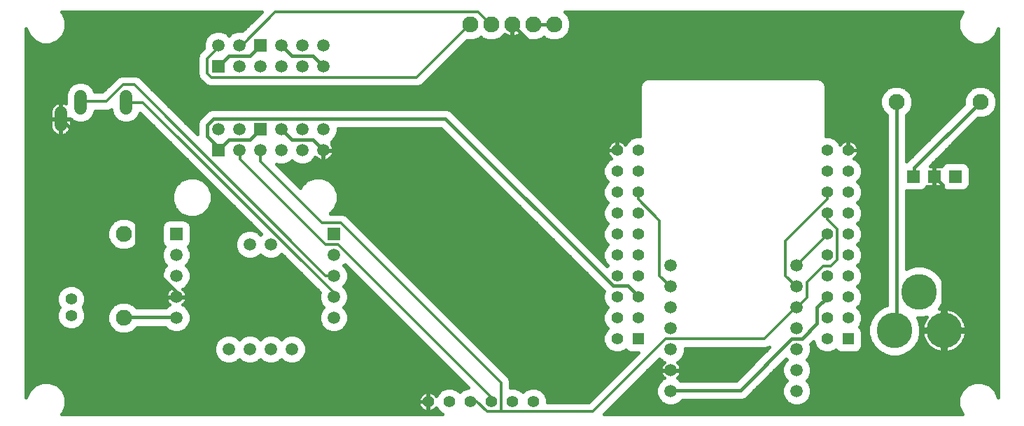
<source format=gtl>
G75*
%MOIN*%
%OFA0B0*%
%FSLAX25Y25*%
%IPPOS*%
%LPD*%
%AMOC8*
5,1,8,0,0,1.08239X$1,22.5*
%
%ADD10C,0.07600*%
%ADD11C,0.17000*%
%ADD12C,0.05937*%
%ADD13R,0.05937X0.05937*%
%ADD14C,0.05543*%
%ADD15C,0.01500*%
%ADD16C,0.05937*%
%ADD17C,0.05600*%
%ADD18R,0.05543X0.05543*%
%ADD19C,0.01600*%
%ADD20C,0.01200*%
D10*
X0056800Y0103933D03*
X0056800Y0143933D03*
X0221800Y0243933D03*
X0231800Y0243933D03*
X0241800Y0243933D03*
X0251800Y0243933D03*
X0261800Y0243933D03*
X0424800Y0206933D03*
X0464800Y0206933D03*
D11*
X0435674Y0116437D03*
X0423863Y0097933D03*
X0447485Y0097933D03*
D12*
X0377300Y0098933D03*
X0377300Y0088933D03*
X0377300Y0078933D03*
X0377300Y0068933D03*
X0317300Y0068933D03*
X0317300Y0078933D03*
X0317300Y0088933D03*
X0317300Y0098933D03*
X0317300Y0108933D03*
X0317300Y0118933D03*
X0317300Y0128933D03*
X0377300Y0128933D03*
X0377300Y0118933D03*
X0377300Y0108933D03*
X0156800Y0103933D03*
X0156800Y0113933D03*
X0156800Y0123933D03*
X0156800Y0133933D03*
X0126800Y0138933D03*
X0116800Y0138933D03*
X0081800Y0133933D03*
X0081800Y0123933D03*
X0081800Y0113933D03*
X0081800Y0103933D03*
X0106800Y0088933D03*
X0116800Y0088933D03*
X0126800Y0088933D03*
X0136800Y0088933D03*
X0131800Y0183933D03*
X0121800Y0183933D03*
X0111800Y0183933D03*
X0111800Y0193933D03*
X0101800Y0193933D03*
X0131800Y0193933D03*
X0141800Y0193933D03*
X0151800Y0193933D03*
X0151800Y0183933D03*
X0141800Y0183933D03*
X0141800Y0223933D03*
X0131800Y0223933D03*
X0121800Y0223933D03*
X0111800Y0223933D03*
X0111800Y0233933D03*
X0101800Y0233933D03*
X0131800Y0233933D03*
X0141800Y0233933D03*
X0151800Y0233933D03*
X0151800Y0223933D03*
D13*
X0121800Y0233933D03*
X0101800Y0223933D03*
X0121800Y0193933D03*
X0101800Y0183933D03*
X0081800Y0143933D03*
X0156800Y0143933D03*
X0432800Y0171433D03*
X0442800Y0171433D03*
X0452800Y0171433D03*
D14*
X0401800Y0173933D03*
X0391800Y0173933D03*
X0391800Y0163933D03*
X0401800Y0163933D03*
X0401800Y0153933D03*
X0391800Y0153933D03*
X0391800Y0143933D03*
X0401800Y0143933D03*
X0401800Y0133933D03*
X0391800Y0133933D03*
X0391800Y0123933D03*
X0401800Y0123933D03*
X0401800Y0113933D03*
X0391800Y0113933D03*
X0391800Y0103933D03*
X0401800Y0103933D03*
X0391800Y0093933D03*
X0301800Y0103933D03*
X0291800Y0103933D03*
X0291800Y0093933D03*
X0291800Y0113933D03*
X0301800Y0113933D03*
X0301800Y0123933D03*
X0291800Y0123933D03*
X0291800Y0133933D03*
X0301800Y0133933D03*
X0301800Y0143933D03*
X0291800Y0143933D03*
X0291800Y0153933D03*
X0301800Y0153933D03*
X0301800Y0163933D03*
X0291800Y0163933D03*
X0291800Y0173933D03*
X0301800Y0173933D03*
X0301800Y0183933D03*
X0291800Y0183933D03*
X0391800Y0183933D03*
X0401800Y0183933D03*
X0251800Y0063933D03*
X0241800Y0063933D03*
X0231800Y0063933D03*
X0221800Y0063933D03*
X0211800Y0063933D03*
X0201800Y0063933D03*
D15*
X0297000Y0119133D02*
X0301800Y0114333D01*
X0301800Y0113933D01*
X0297000Y0119133D02*
X0289800Y0119133D01*
X0210000Y0198933D01*
X0099600Y0198933D01*
X0096600Y0195933D01*
X0096600Y0190533D01*
X0102000Y0185133D01*
X0101800Y0183933D01*
X0106800Y0188933D01*
X0116800Y0188933D01*
X0121800Y0193933D01*
X0131800Y0193933D02*
X0136800Y0188933D01*
X0146800Y0188933D01*
X0151800Y0183933D01*
X0151800Y0223933D02*
X0146800Y0228933D01*
X0136800Y0228933D01*
X0131800Y0233933D01*
X0121800Y0233933D02*
X0116800Y0228933D01*
X0106800Y0228933D01*
X0101800Y0223933D01*
X0063000Y0162933D02*
X0027000Y0198933D01*
X0026800Y0198933D01*
X0063000Y0162933D02*
X0063000Y0135333D01*
X0081600Y0116733D01*
X0081600Y0114333D01*
X0081800Y0113933D01*
X0081600Y0104133D02*
X0081800Y0103933D01*
X0081600Y0104133D02*
X0057000Y0104133D01*
X0056800Y0103933D01*
X0241800Y0243933D02*
X0291600Y0194133D01*
X0291600Y0183933D01*
X0291800Y0183933D01*
X0261800Y0243933D02*
X0251800Y0243933D01*
X0424800Y0206933D02*
X0424800Y0098733D01*
X0424200Y0098133D01*
X0423863Y0097933D01*
X0447000Y0098133D02*
X0447485Y0097933D01*
X0447000Y0098133D02*
X0447000Y0167133D01*
X0442800Y0171333D01*
X0442800Y0171433D01*
X0433200Y0171933D02*
X0432800Y0171433D01*
X0433200Y0171933D02*
X0433200Y0175533D01*
X0464400Y0206733D01*
X0464800Y0206933D01*
X0391800Y0113933D02*
X0391800Y0113733D01*
X0387000Y0108933D01*
X0387000Y0101133D01*
X0379800Y0093933D01*
X0375000Y0093933D01*
X0350400Y0069333D01*
X0317400Y0069333D01*
X0317300Y0068933D01*
D16*
X0057902Y0203839D02*
X0057902Y0209776D01*
X0036249Y0209776D02*
X0036249Y0203839D01*
X0026800Y0201902D02*
X0026800Y0195965D01*
D17*
X0031800Y0112870D03*
X0031800Y0104996D03*
D18*
X0301800Y0093933D03*
X0401800Y0093933D03*
D19*
X0027864Y0058545D02*
X0027252Y0057933D01*
X0208590Y0057933D01*
X0207964Y0058192D01*
X0206059Y0060097D01*
X0205642Y0061104D01*
X0205440Y0060825D01*
X0204909Y0060293D01*
X0204301Y0059852D01*
X0203632Y0059511D01*
X0202917Y0059279D01*
X0202176Y0059161D01*
X0201886Y0059161D01*
X0201886Y0063847D01*
X0201714Y0063847D01*
X0201714Y0059161D01*
X0201424Y0059161D01*
X0200683Y0059279D01*
X0199968Y0059511D01*
X0199299Y0059852D01*
X0198691Y0060293D01*
X0198160Y0060825D01*
X0197719Y0061432D01*
X0197378Y0062101D01*
X0197146Y0062816D01*
X0197028Y0063558D01*
X0197028Y0063847D01*
X0201714Y0063847D01*
X0201714Y0064019D01*
X0197028Y0064019D01*
X0197028Y0064309D01*
X0197146Y0065050D01*
X0197378Y0065765D01*
X0197719Y0066434D01*
X0198160Y0067042D01*
X0198691Y0067573D01*
X0199299Y0068014D01*
X0199968Y0068355D01*
X0200683Y0068587D01*
X0201424Y0068705D01*
X0201714Y0068705D01*
X0201714Y0064019D01*
X0201886Y0064019D01*
X0201886Y0068705D01*
X0202176Y0068705D01*
X0202917Y0068587D01*
X0203632Y0068355D01*
X0204301Y0068014D01*
X0204909Y0067573D01*
X0205440Y0067042D01*
X0205642Y0066762D01*
X0206059Y0067769D01*
X0207964Y0069674D01*
X0210453Y0070705D01*
X0213147Y0070705D01*
X0215636Y0069674D01*
X0216800Y0068510D01*
X0217964Y0069674D01*
X0220453Y0070705D01*
X0220723Y0070705D01*
X0162075Y0129353D01*
X0161655Y0128933D01*
X0162708Y0127880D01*
X0163768Y0125319D01*
X0163768Y0122547D01*
X0162708Y0119986D01*
X0161655Y0118933D01*
X0162708Y0117880D01*
X0163768Y0115319D01*
X0163768Y0112547D01*
X0162708Y0109986D01*
X0161655Y0108933D01*
X0162708Y0107880D01*
X0163768Y0105319D01*
X0163768Y0102547D01*
X0162708Y0099986D01*
X0160747Y0098025D01*
X0158186Y0096965D01*
X0155414Y0096965D01*
X0152853Y0098025D01*
X0150892Y0099986D01*
X0149831Y0102547D01*
X0149831Y0105319D01*
X0150892Y0107880D01*
X0151945Y0108933D01*
X0150892Y0109986D01*
X0149831Y0112547D01*
X0149831Y0115319D01*
X0150147Y0116081D01*
X0131975Y0134253D01*
X0130747Y0133025D01*
X0128186Y0131965D01*
X0125414Y0131965D01*
X0122853Y0133025D01*
X0121800Y0134078D01*
X0120747Y0133025D01*
X0118186Y0131965D01*
X0115414Y0131965D01*
X0112853Y0133025D01*
X0110892Y0134986D01*
X0109831Y0137547D01*
X0109831Y0140319D01*
X0110892Y0142880D01*
X0112853Y0144841D01*
X0115414Y0145902D01*
X0118186Y0145902D01*
X0120747Y0144841D01*
X0121800Y0143788D01*
X0122120Y0144108D01*
X0064550Y0201678D01*
X0063810Y0199891D01*
X0061850Y0197931D01*
X0059288Y0196870D01*
X0056516Y0196870D01*
X0053955Y0197931D01*
X0051995Y0199891D01*
X0050934Y0202452D01*
X0050934Y0203321D01*
X0049515Y0202733D01*
X0043217Y0202733D01*
X0043217Y0202452D01*
X0042156Y0199891D01*
X0040196Y0197931D01*
X0037635Y0196870D01*
X0034863Y0196870D01*
X0032301Y0197931D01*
X0031768Y0198464D01*
X0031768Y0195574D01*
X0031646Y0194801D01*
X0031404Y0194057D01*
X0031049Y0193360D01*
X0030590Y0192728D01*
X0030037Y0192175D01*
X0029404Y0191715D01*
X0028707Y0191360D01*
X0027963Y0191118D01*
X0027191Y0190996D01*
X0026984Y0190996D01*
X0026984Y0198749D01*
X0026616Y0198749D01*
X0026616Y0190996D01*
X0026409Y0190996D01*
X0025637Y0191118D01*
X0024893Y0191360D01*
X0024196Y0191715D01*
X0023563Y0192175D01*
X0023010Y0192728D01*
X0022551Y0193360D01*
X0022196Y0194057D01*
X0021954Y0194801D01*
X0021831Y0195574D01*
X0021831Y0198749D01*
X0026616Y0198749D01*
X0026616Y0199117D01*
X0021831Y0199117D01*
X0021831Y0202293D01*
X0021954Y0203065D01*
X0022196Y0203809D01*
X0022551Y0204506D01*
X0023010Y0205138D01*
X0023563Y0205691D01*
X0024196Y0206151D01*
X0024893Y0206506D01*
X0025637Y0206748D01*
X0026409Y0206870D01*
X0026616Y0206870D01*
X0026616Y0199117D01*
X0026984Y0199117D01*
X0031115Y0199117D01*
X0031484Y0198749D01*
X0026984Y0198749D01*
X0026984Y0199117D01*
X0026984Y0206870D01*
X0027191Y0206870D01*
X0027963Y0206748D01*
X0028707Y0206506D01*
X0029280Y0206214D01*
X0029280Y0211162D01*
X0030341Y0213723D01*
X0032301Y0215683D01*
X0034863Y0216744D01*
X0037635Y0216744D01*
X0040196Y0215683D01*
X0042156Y0213723D01*
X0042898Y0211933D01*
X0046695Y0211933D01*
X0052500Y0217739D01*
X0053794Y0219033D01*
X0055485Y0219733D01*
X0062715Y0219733D01*
X0064406Y0219033D01*
X0091850Y0191588D01*
X0091850Y0196878D01*
X0092573Y0198624D01*
X0095573Y0201624D01*
X0096909Y0202960D01*
X0098655Y0203683D01*
X0210945Y0203683D01*
X0212691Y0202960D01*
X0286970Y0128680D01*
X0287223Y0128933D01*
X0286059Y0130097D01*
X0285028Y0132586D01*
X0285028Y0135280D01*
X0286059Y0137769D01*
X0287223Y0138933D01*
X0286059Y0140097D01*
X0285028Y0142586D01*
X0285028Y0145280D01*
X0286059Y0147769D01*
X0287223Y0148933D01*
X0286059Y0150097D01*
X0285028Y0152586D01*
X0285028Y0155280D01*
X0286059Y0157769D01*
X0287223Y0158933D01*
X0286059Y0160097D01*
X0285028Y0162586D01*
X0285028Y0165280D01*
X0286059Y0167769D01*
X0287223Y0168933D01*
X0286059Y0170097D01*
X0285028Y0172586D01*
X0285028Y0175280D01*
X0286059Y0177769D01*
X0287964Y0179674D01*
X0288971Y0180091D01*
X0288691Y0180293D01*
X0288160Y0180825D01*
X0287719Y0181432D01*
X0287378Y0182101D01*
X0287146Y0182816D01*
X0287028Y0183558D01*
X0287028Y0183847D01*
X0291714Y0183847D01*
X0291714Y0184019D01*
X0287028Y0184019D01*
X0287028Y0184309D01*
X0287146Y0185050D01*
X0287378Y0185765D01*
X0287719Y0186434D01*
X0288160Y0187042D01*
X0288691Y0187573D01*
X0289299Y0188014D01*
X0289968Y0188355D01*
X0290683Y0188587D01*
X0291424Y0188705D01*
X0291714Y0188705D01*
X0291714Y0184019D01*
X0291886Y0184019D01*
X0291886Y0188705D01*
X0292176Y0188705D01*
X0292917Y0188587D01*
X0293632Y0188355D01*
X0294301Y0188014D01*
X0294909Y0187573D01*
X0295440Y0187042D01*
X0295642Y0186762D01*
X0296059Y0187769D01*
X0297964Y0189674D01*
X0300453Y0190705D01*
X0302550Y0190705D01*
X0302550Y0214778D01*
X0303197Y0216340D01*
X0304393Y0217536D01*
X0305955Y0218183D01*
X0387645Y0218183D01*
X0389207Y0217536D01*
X0390403Y0216340D01*
X0391050Y0214778D01*
X0391050Y0190705D01*
X0393147Y0190705D01*
X0395636Y0189674D01*
X0397541Y0187769D01*
X0397958Y0186762D01*
X0398160Y0187042D01*
X0398691Y0187573D01*
X0399299Y0188014D01*
X0399968Y0188355D01*
X0400683Y0188587D01*
X0401424Y0188705D01*
X0401714Y0188705D01*
X0401714Y0184019D01*
X0401886Y0184019D01*
X0406572Y0184019D01*
X0406572Y0184309D01*
X0406454Y0185050D01*
X0406222Y0185765D01*
X0405881Y0186434D01*
X0405440Y0187042D01*
X0404909Y0187573D01*
X0404301Y0188014D01*
X0403632Y0188355D01*
X0402917Y0188587D01*
X0402176Y0188705D01*
X0401886Y0188705D01*
X0401886Y0184019D01*
X0401886Y0183847D01*
X0406572Y0183847D01*
X0406572Y0183558D01*
X0406454Y0182816D01*
X0406222Y0182101D01*
X0405881Y0181432D01*
X0405440Y0180825D01*
X0404909Y0180293D01*
X0404629Y0180091D01*
X0405636Y0179674D01*
X0407541Y0177769D01*
X0408572Y0175280D01*
X0408572Y0172586D01*
X0407541Y0170097D01*
X0406377Y0168933D01*
X0407541Y0167769D01*
X0408572Y0165280D01*
X0408572Y0162586D01*
X0407541Y0160097D01*
X0406377Y0158933D01*
X0407541Y0157769D01*
X0408572Y0155280D01*
X0408572Y0152586D01*
X0407541Y0150097D01*
X0406377Y0148933D01*
X0407541Y0147769D01*
X0408572Y0145280D01*
X0408572Y0142586D01*
X0407541Y0140097D01*
X0406377Y0138933D01*
X0407541Y0137769D01*
X0408572Y0135280D01*
X0408572Y0132586D01*
X0407541Y0130097D01*
X0406377Y0128933D01*
X0407541Y0127769D01*
X0408572Y0125280D01*
X0408572Y0122586D01*
X0407541Y0120097D01*
X0406377Y0118933D01*
X0407541Y0117769D01*
X0408572Y0115280D01*
X0408572Y0112586D01*
X0407541Y0110097D01*
X0406377Y0108933D01*
X0407541Y0107769D01*
X0408572Y0105280D01*
X0408572Y0102586D01*
X0407541Y0100097D01*
X0407188Y0099745D01*
X0407963Y0098971D01*
X0408572Y0097500D01*
X0408572Y0090366D01*
X0407963Y0088896D01*
X0406837Y0087770D01*
X0405367Y0087161D01*
X0398233Y0087161D01*
X0396763Y0087770D01*
X0395988Y0088545D01*
X0395636Y0088192D01*
X0393147Y0087161D01*
X0390453Y0087161D01*
X0387964Y0088192D01*
X0386059Y0090097D01*
X0385070Y0092486D01*
X0383869Y0091284D01*
X0384268Y0090319D01*
X0384268Y0087547D01*
X0383208Y0084986D01*
X0382155Y0083933D01*
X0383208Y0082880D01*
X0384268Y0080319D01*
X0384268Y0077547D01*
X0383208Y0074986D01*
X0382155Y0073933D01*
X0383208Y0072880D01*
X0384268Y0070319D01*
X0384268Y0067547D01*
X0383208Y0064986D01*
X0381247Y0063025D01*
X0378686Y0061965D01*
X0375914Y0061965D01*
X0373353Y0063025D01*
X0371392Y0064986D01*
X0370331Y0067547D01*
X0370331Y0070319D01*
X0371392Y0072880D01*
X0372445Y0073933D01*
X0371392Y0074986D01*
X0370331Y0077547D01*
X0370331Y0080319D01*
X0371392Y0082880D01*
X0372445Y0083933D01*
X0372081Y0084297D01*
X0353091Y0065306D01*
X0351345Y0064583D01*
X0322805Y0064583D01*
X0321247Y0063025D01*
X0318686Y0061965D01*
X0315914Y0061965D01*
X0313353Y0063025D01*
X0311392Y0064986D01*
X0310331Y0067547D01*
X0310331Y0070319D01*
X0311392Y0072880D01*
X0313353Y0074841D01*
X0314071Y0075138D01*
X0314063Y0075143D01*
X0313510Y0075696D01*
X0313051Y0076329D01*
X0312696Y0077026D01*
X0312454Y0077770D01*
X0312331Y0078542D01*
X0312331Y0078749D01*
X0317116Y0078749D01*
X0317116Y0079117D01*
X0312331Y0079117D01*
X0312331Y0079324D01*
X0312454Y0080097D01*
X0312696Y0080840D01*
X0313051Y0081537D01*
X0313510Y0082170D01*
X0314063Y0082723D01*
X0314071Y0082728D01*
X0313353Y0083025D01*
X0311975Y0084403D01*
X0285505Y0057933D01*
X0456348Y0057933D01*
X0455736Y0058545D01*
X0454288Y0062041D01*
X0454288Y0065825D01*
X0455736Y0069321D01*
X0458412Y0071997D01*
X0461908Y0073445D01*
X0465692Y0073445D01*
X0469188Y0071997D01*
X0471864Y0069321D01*
X0473300Y0065854D01*
X0473300Y0242013D01*
X0471864Y0238545D01*
X0469188Y0235869D01*
X0465692Y0234421D01*
X0461908Y0234421D01*
X0458412Y0235869D01*
X0455736Y0238545D01*
X0454288Y0242041D01*
X0454288Y0245825D01*
X0455736Y0249321D01*
X0456348Y0249933D01*
X0266831Y0249933D01*
X0268413Y0248351D01*
X0269600Y0245485D01*
X0269600Y0242382D01*
X0268413Y0239515D01*
X0266218Y0237321D01*
X0263352Y0236133D01*
X0260248Y0236133D01*
X0257382Y0237321D01*
X0256800Y0237902D01*
X0256218Y0237321D01*
X0253352Y0236133D01*
X0250248Y0236133D01*
X0247382Y0237321D01*
X0245355Y0239347D01*
X0244840Y0238972D01*
X0244026Y0238558D01*
X0243158Y0238276D01*
X0242256Y0238133D01*
X0241984Y0238133D01*
X0241984Y0243749D01*
X0241616Y0243749D01*
X0241616Y0238133D01*
X0241344Y0238133D01*
X0240442Y0238276D01*
X0239574Y0238558D01*
X0238760Y0238972D01*
X0238245Y0239347D01*
X0236218Y0237321D01*
X0233352Y0236133D01*
X0230248Y0236133D01*
X0227382Y0237321D01*
X0226800Y0237902D01*
X0226218Y0237321D01*
X0223352Y0236133D01*
X0220248Y0236133D01*
X0220147Y0236175D01*
X0198806Y0214833D01*
X0197115Y0214133D01*
X0097485Y0214133D01*
X0095794Y0214833D01*
X0094500Y0216127D01*
X0092700Y0217927D01*
X0092000Y0219618D01*
X0092000Y0228648D01*
X0092700Y0230339D01*
X0093994Y0231633D01*
X0094854Y0232492D01*
X0094831Y0232547D01*
X0094831Y0235319D01*
X0095892Y0237880D01*
X0097853Y0239841D01*
X0100414Y0240902D01*
X0103186Y0240902D01*
X0105747Y0239841D01*
X0106800Y0238788D01*
X0107853Y0239841D01*
X0110414Y0240902D01*
X0113186Y0240902D01*
X0113382Y0240820D01*
X0122495Y0249933D01*
X0027252Y0249933D01*
X0027864Y0249321D01*
X0029312Y0245825D01*
X0029312Y0242041D01*
X0027864Y0238545D01*
X0025188Y0235869D01*
X0021692Y0234421D01*
X0017908Y0234421D01*
X0014412Y0235869D01*
X0011736Y0238545D01*
X0010300Y0242013D01*
X0010300Y0065854D01*
X0011736Y0069321D01*
X0014412Y0071997D01*
X0017908Y0073445D01*
X0021692Y0073445D01*
X0025188Y0071997D01*
X0027864Y0069321D01*
X0029312Y0065825D01*
X0029312Y0062041D01*
X0027864Y0058545D01*
X0027341Y0058022D02*
X0208374Y0058022D01*
X0206536Y0059621D02*
X0203847Y0059621D01*
X0201886Y0059621D02*
X0201714Y0059621D01*
X0201714Y0061219D02*
X0201886Y0061219D01*
X0201886Y0062818D02*
X0201714Y0062818D01*
X0201714Y0064416D02*
X0201886Y0064416D01*
X0201886Y0066015D02*
X0201714Y0066015D01*
X0201714Y0067613D02*
X0201886Y0067613D01*
X0204852Y0067613D02*
X0205995Y0067613D01*
X0207502Y0069212D02*
X0027909Y0069212D01*
X0028571Y0067613D02*
X0198748Y0067613D01*
X0197505Y0066015D02*
X0029233Y0066015D01*
X0029312Y0064416D02*
X0197045Y0064416D01*
X0197145Y0062818D02*
X0029312Y0062818D01*
X0028971Y0061219D02*
X0197873Y0061219D01*
X0199753Y0059621D02*
X0028309Y0059621D01*
X0011029Y0067613D02*
X0010300Y0067613D01*
X0010300Y0066015D02*
X0010367Y0066015D01*
X0010300Y0069212D02*
X0011691Y0069212D01*
X0010300Y0070810D02*
X0013226Y0070810D01*
X0015407Y0072409D02*
X0010300Y0072409D01*
X0010300Y0074008D02*
X0217420Y0074008D01*
X0215822Y0075606D02*
X0010300Y0075606D01*
X0010300Y0077205D02*
X0214223Y0077205D01*
X0212625Y0078803D02*
X0010300Y0078803D01*
X0010300Y0080402D02*
X0211026Y0080402D01*
X0209428Y0082000D02*
X0138272Y0082000D01*
X0138186Y0081965D02*
X0140747Y0083025D01*
X0142708Y0084986D01*
X0143768Y0087547D01*
X0143768Y0090319D01*
X0142708Y0092880D01*
X0140747Y0094841D01*
X0138186Y0095902D01*
X0135414Y0095902D01*
X0132853Y0094841D01*
X0131800Y0093788D01*
X0130747Y0094841D01*
X0128186Y0095902D01*
X0125414Y0095902D01*
X0122853Y0094841D01*
X0121800Y0093788D01*
X0120747Y0094841D01*
X0118186Y0095902D01*
X0115414Y0095902D01*
X0112853Y0094841D01*
X0111800Y0093788D01*
X0110747Y0094841D01*
X0108186Y0095902D01*
X0105414Y0095902D01*
X0102853Y0094841D01*
X0100892Y0092880D01*
X0099831Y0090319D01*
X0099831Y0087547D01*
X0100892Y0084986D01*
X0102853Y0083025D01*
X0105414Y0081965D01*
X0108186Y0081965D01*
X0110747Y0083025D01*
X0111800Y0084078D01*
X0112853Y0083025D01*
X0115414Y0081965D01*
X0118186Y0081965D01*
X0120747Y0083025D01*
X0121800Y0084078D01*
X0122853Y0083025D01*
X0125414Y0081965D01*
X0128186Y0081965D01*
X0130747Y0083025D01*
X0131800Y0084078D01*
X0132853Y0083025D01*
X0135414Y0081965D01*
X0138186Y0081965D01*
X0135328Y0082000D02*
X0128272Y0082000D01*
X0125328Y0082000D02*
X0118272Y0082000D01*
X0115328Y0082000D02*
X0108272Y0082000D01*
X0105328Y0082000D02*
X0010300Y0082000D01*
X0010300Y0083599D02*
X0102280Y0083599D01*
X0100805Y0085197D02*
X0010300Y0085197D01*
X0010300Y0086796D02*
X0100143Y0086796D01*
X0099831Y0088394D02*
X0010300Y0088394D01*
X0010300Y0089993D02*
X0099831Y0089993D01*
X0100358Y0091591D02*
X0010300Y0091591D01*
X0010300Y0093190D02*
X0101202Y0093190D01*
X0102800Y0094788D02*
X0010300Y0094788D01*
X0010300Y0096387D02*
X0054636Y0096387D01*
X0055248Y0096133D02*
X0058352Y0096133D01*
X0061218Y0097321D01*
X0063281Y0099383D01*
X0076495Y0099383D01*
X0077853Y0098025D01*
X0080414Y0096965D01*
X0083186Y0096965D01*
X0085747Y0098025D01*
X0087708Y0099986D01*
X0088768Y0102547D01*
X0088768Y0105319D01*
X0087708Y0107880D01*
X0085747Y0109841D01*
X0085029Y0110138D01*
X0085037Y0110143D01*
X0085590Y0110696D01*
X0086049Y0111329D01*
X0086404Y0112026D01*
X0086646Y0112770D01*
X0086768Y0113542D01*
X0086768Y0113749D01*
X0081984Y0113749D01*
X0081984Y0114117D01*
X0086768Y0114117D01*
X0086768Y0114324D01*
X0086646Y0115097D01*
X0086404Y0115840D01*
X0086049Y0116537D01*
X0085590Y0117170D01*
X0085037Y0117723D01*
X0085029Y0117728D01*
X0085747Y0118025D01*
X0087708Y0119986D01*
X0088768Y0122547D01*
X0088768Y0125319D01*
X0087708Y0127880D01*
X0086655Y0128933D01*
X0087708Y0129986D01*
X0088768Y0132547D01*
X0088768Y0135319D01*
X0087708Y0137880D01*
X0087524Y0138064D01*
X0088160Y0138699D01*
X0088768Y0140169D01*
X0088768Y0147697D01*
X0088160Y0149167D01*
X0087034Y0150293D01*
X0085564Y0150902D01*
X0078036Y0150902D01*
X0076566Y0150293D01*
X0075440Y0149167D01*
X0074831Y0147697D01*
X0074831Y0140169D01*
X0075440Y0138699D01*
X0076076Y0138064D01*
X0075892Y0137880D01*
X0074831Y0135319D01*
X0074831Y0132547D01*
X0075892Y0129986D01*
X0076945Y0128933D01*
X0075892Y0127880D01*
X0074831Y0125319D01*
X0074831Y0122547D01*
X0075892Y0119986D01*
X0077853Y0118025D01*
X0078571Y0117728D01*
X0078563Y0117723D01*
X0078010Y0117170D01*
X0077551Y0116537D01*
X0077196Y0115840D01*
X0076954Y0115097D01*
X0076831Y0114324D01*
X0076831Y0114117D01*
X0081616Y0114117D01*
X0081616Y0113749D01*
X0076831Y0113749D01*
X0076831Y0113542D01*
X0076954Y0112770D01*
X0077196Y0112026D01*
X0077551Y0111329D01*
X0078010Y0110696D01*
X0078563Y0110143D01*
X0078571Y0110138D01*
X0077853Y0109841D01*
X0076895Y0108883D01*
X0062881Y0108883D01*
X0061218Y0110546D01*
X0058352Y0111733D01*
X0055248Y0111733D01*
X0052382Y0110546D01*
X0050187Y0108351D01*
X0049000Y0105485D01*
X0049000Y0102382D01*
X0050187Y0099515D01*
X0052382Y0097321D01*
X0055248Y0096133D01*
X0058964Y0096387D02*
X0195041Y0096387D01*
X0193443Y0097985D02*
X0160650Y0097985D01*
X0162306Y0099584D02*
X0191844Y0099584D01*
X0190245Y0101182D02*
X0163203Y0101182D01*
X0163768Y0102781D02*
X0188647Y0102781D01*
X0187048Y0104379D02*
X0163768Y0104379D01*
X0163496Y0105978D02*
X0185450Y0105978D01*
X0183851Y0107576D02*
X0162834Y0107576D01*
X0161897Y0109175D02*
X0182253Y0109175D01*
X0180654Y0110773D02*
X0163034Y0110773D01*
X0163696Y0112372D02*
X0179056Y0112372D01*
X0177457Y0113970D02*
X0163768Y0113970D01*
X0163665Y0115569D02*
X0175859Y0115569D01*
X0174260Y0117167D02*
X0163003Y0117167D01*
X0161822Y0118766D02*
X0172662Y0118766D01*
X0171063Y0120364D02*
X0162864Y0120364D01*
X0163527Y0121963D02*
X0169465Y0121963D01*
X0167866Y0123561D02*
X0163768Y0123561D01*
X0163768Y0125160D02*
X0166268Y0125160D01*
X0164669Y0126758D02*
X0163172Y0126758D01*
X0163071Y0128357D02*
X0162231Y0128357D01*
X0177890Y0137948D02*
X0264268Y0137948D01*
X0265866Y0136349D02*
X0179489Y0136349D01*
X0181087Y0134751D02*
X0267465Y0134751D01*
X0269063Y0133152D02*
X0182686Y0133152D01*
X0184285Y0131554D02*
X0270662Y0131554D01*
X0272260Y0129955D02*
X0185883Y0129955D01*
X0187482Y0128357D02*
X0273859Y0128357D01*
X0275457Y0126758D02*
X0189080Y0126758D01*
X0190679Y0125160D02*
X0277056Y0125160D01*
X0278654Y0123561D02*
X0192277Y0123561D01*
X0193876Y0121963D02*
X0280253Y0121963D01*
X0281851Y0120364D02*
X0195474Y0120364D01*
X0197073Y0118766D02*
X0283450Y0118766D01*
X0285048Y0117167D02*
X0198671Y0117167D01*
X0200270Y0115569D02*
X0285148Y0115569D01*
X0285028Y0115280D02*
X0285028Y0112586D01*
X0286059Y0110097D01*
X0287223Y0108933D01*
X0286059Y0107769D01*
X0285028Y0105280D01*
X0285028Y0102586D01*
X0286059Y0100097D01*
X0287223Y0098933D01*
X0286059Y0097769D01*
X0285028Y0095280D01*
X0285028Y0092586D01*
X0286059Y0090097D01*
X0287964Y0088192D01*
X0290453Y0087161D01*
X0293147Y0087161D01*
X0295636Y0088192D01*
X0295988Y0088545D01*
X0296763Y0087770D01*
X0298233Y0087161D01*
X0301723Y0087161D01*
X0278295Y0063733D01*
X0258572Y0063733D01*
X0258572Y0065280D01*
X0257541Y0067769D01*
X0255636Y0069674D01*
X0253147Y0070705D01*
X0250453Y0070705D01*
X0247964Y0069674D01*
X0246800Y0068510D01*
X0245636Y0069674D01*
X0243147Y0070705D01*
X0241000Y0070705D01*
X0241000Y0073848D01*
X0240300Y0075539D01*
X0239006Y0076833D01*
X0162806Y0153033D01*
X0161115Y0153733D01*
X0155052Y0153733D01*
X0157364Y0156045D01*
X0158812Y0159541D01*
X0158812Y0163325D01*
X0157364Y0166821D01*
X0154688Y0169497D01*
X0151192Y0170945D01*
X0147408Y0170945D01*
X0143912Y0169497D01*
X0141236Y0166821D01*
X0140879Y0165959D01*
X0129492Y0177346D01*
X0130414Y0176965D01*
X0133186Y0176965D01*
X0135747Y0178025D01*
X0136800Y0179078D01*
X0137853Y0178025D01*
X0140414Y0176965D01*
X0143186Y0176965D01*
X0145747Y0178025D01*
X0147708Y0179986D01*
X0148005Y0180704D01*
X0148010Y0180696D01*
X0148563Y0180143D01*
X0149196Y0179684D01*
X0149893Y0179329D01*
X0150637Y0179087D01*
X0151409Y0178965D01*
X0151616Y0178965D01*
X0151616Y0182433D01*
X0151984Y0182433D01*
X0151984Y0178965D01*
X0152191Y0178965D01*
X0152963Y0179087D01*
X0153707Y0179329D01*
X0154404Y0179684D01*
X0155037Y0180143D01*
X0155590Y0180696D01*
X0156049Y0181329D01*
X0156404Y0182026D01*
X0156646Y0182770D01*
X0156768Y0183542D01*
X0156768Y0183749D01*
X0154773Y0183749D01*
X0155141Y0184117D01*
X0156768Y0184117D01*
X0156768Y0184324D01*
X0156646Y0185097D01*
X0156404Y0185840D01*
X0156049Y0186537D01*
X0155800Y0186880D01*
X0155800Y0188078D01*
X0157708Y0189986D01*
X0158768Y0192547D01*
X0158768Y0194183D01*
X0208032Y0194183D01*
X0285587Y0116629D01*
X0285028Y0115280D01*
X0285028Y0113970D02*
X0201868Y0113970D01*
X0203467Y0112372D02*
X0285117Y0112372D01*
X0285779Y0110773D02*
X0205065Y0110773D01*
X0206664Y0109175D02*
X0286982Y0109175D01*
X0285979Y0107576D02*
X0208262Y0107576D01*
X0209861Y0105978D02*
X0285317Y0105978D01*
X0285028Y0104379D02*
X0211459Y0104379D01*
X0213058Y0102781D02*
X0285028Y0102781D01*
X0285610Y0101182D02*
X0214656Y0101182D01*
X0216255Y0099584D02*
X0286573Y0099584D01*
X0286276Y0097985D02*
X0217853Y0097985D01*
X0219452Y0096387D02*
X0285487Y0096387D01*
X0285028Y0094788D02*
X0221050Y0094788D01*
X0222649Y0093190D02*
X0285028Y0093190D01*
X0285440Y0091591D02*
X0224247Y0091591D01*
X0225846Y0089993D02*
X0286164Y0089993D01*
X0287762Y0088394D02*
X0227444Y0088394D01*
X0229043Y0086796D02*
X0301357Y0086796D01*
X0299759Y0085197D02*
X0230641Y0085197D01*
X0232240Y0083599D02*
X0298160Y0083599D01*
X0296562Y0082000D02*
X0233838Y0082000D01*
X0235437Y0080402D02*
X0294963Y0080402D01*
X0293365Y0078803D02*
X0237035Y0078803D01*
X0238634Y0077205D02*
X0291766Y0077205D01*
X0290168Y0075606D02*
X0240232Y0075606D01*
X0240934Y0074008D02*
X0288569Y0074008D01*
X0286971Y0072409D02*
X0241000Y0072409D01*
X0241000Y0070810D02*
X0285372Y0070810D01*
X0283774Y0069212D02*
X0256098Y0069212D01*
X0257605Y0067613D02*
X0282175Y0067613D01*
X0280577Y0066015D02*
X0258267Y0066015D01*
X0258572Y0064416D02*
X0278978Y0064416D01*
X0285595Y0058022D02*
X0456259Y0058022D01*
X0455291Y0059621D02*
X0287193Y0059621D01*
X0288792Y0061219D02*
X0454629Y0061219D01*
X0454288Y0062818D02*
X0380746Y0062818D01*
X0382638Y0064416D02*
X0454288Y0064416D01*
X0454367Y0066015D02*
X0383634Y0066015D01*
X0384268Y0067613D02*
X0455029Y0067613D01*
X0455691Y0069212D02*
X0384268Y0069212D01*
X0384065Y0070810D02*
X0457226Y0070810D01*
X0459407Y0072409D02*
X0383403Y0072409D01*
X0382229Y0074008D02*
X0473300Y0074008D01*
X0473300Y0075606D02*
X0383465Y0075606D01*
X0384127Y0077205D02*
X0473300Y0077205D01*
X0473300Y0078803D02*
X0384268Y0078803D01*
X0384234Y0080402D02*
X0473300Y0080402D01*
X0473300Y0082000D02*
X0383572Y0082000D01*
X0382489Y0083599D02*
X0473300Y0083599D01*
X0473300Y0085197D02*
X0383295Y0085197D01*
X0383957Y0086796D02*
X0418154Y0086796D01*
X0419038Y0086285D02*
X0422217Y0085433D01*
X0425509Y0085433D01*
X0428688Y0086285D01*
X0431538Y0087931D01*
X0433865Y0090258D01*
X0435511Y0093108D01*
X0436363Y0096287D01*
X0436363Y0099579D01*
X0435511Y0102758D01*
X0434830Y0103937D01*
X0437320Y0103937D01*
X0439257Y0104456D01*
X0438908Y0104019D01*
X0438281Y0103020D01*
X0437769Y0101958D01*
X0437380Y0100844D01*
X0437117Y0099695D01*
X0437009Y0098733D01*
X0446685Y0098733D01*
X0446685Y0097133D01*
X0448285Y0097133D01*
X0448285Y0087457D01*
X0449247Y0087565D01*
X0450396Y0087828D01*
X0451510Y0088217D01*
X0452572Y0088729D01*
X0453571Y0089356D01*
X0454493Y0090091D01*
X0455327Y0090925D01*
X0456062Y0091847D01*
X0456689Y0092846D01*
X0457201Y0093909D01*
X0457591Y0095022D01*
X0457853Y0096171D01*
X0457961Y0097133D01*
X0448285Y0097133D01*
X0448285Y0098733D01*
X0457961Y0098733D01*
X0457853Y0099695D01*
X0457591Y0100844D01*
X0457201Y0101958D01*
X0456689Y0103020D01*
X0456062Y0104019D01*
X0455327Y0104941D01*
X0454493Y0105775D01*
X0453571Y0106510D01*
X0452572Y0107137D01*
X0451510Y0107649D01*
X0450396Y0108039D01*
X0449247Y0108301D01*
X0448285Y0108409D01*
X0448285Y0098733D01*
X0446685Y0098733D01*
X0446685Y0108409D01*
X0445723Y0108301D01*
X0445066Y0108151D01*
X0445677Y0108762D01*
X0447322Y0111612D01*
X0448174Y0114791D01*
X0448174Y0118083D01*
X0447322Y0121262D01*
X0445677Y0124112D01*
X0443349Y0126439D01*
X0440499Y0128085D01*
X0437320Y0128937D01*
X0434028Y0128937D01*
X0430849Y0128085D01*
X0429550Y0127335D01*
X0429550Y0164465D01*
X0436564Y0164465D01*
X0438034Y0165074D01*
X0439160Y0166199D01*
X0439299Y0166537D01*
X0439568Y0166465D01*
X0442616Y0166465D01*
X0442616Y0171249D01*
X0442984Y0171249D01*
X0442984Y0166465D01*
X0446032Y0166465D01*
X0446301Y0166537D01*
X0446440Y0166199D01*
X0447566Y0165074D01*
X0449036Y0164465D01*
X0456564Y0164465D01*
X0458034Y0165074D01*
X0459160Y0166199D01*
X0459768Y0167669D01*
X0459768Y0175197D01*
X0459160Y0176667D01*
X0458034Y0177793D01*
X0456564Y0178402D01*
X0449036Y0178402D01*
X0447566Y0177793D01*
X0446440Y0176667D01*
X0446301Y0176330D01*
X0446032Y0176402D01*
X0442984Y0176402D01*
X0442984Y0171617D01*
X0442616Y0171617D01*
X0442616Y0176402D01*
X0440786Y0176402D01*
X0463518Y0199133D01*
X0466352Y0199133D01*
X0469218Y0200321D01*
X0471413Y0202515D01*
X0472600Y0205382D01*
X0472600Y0208485D01*
X0471413Y0211351D01*
X0469218Y0213546D01*
X0466352Y0214733D01*
X0463248Y0214733D01*
X0460382Y0213546D01*
X0458187Y0211351D01*
X0457000Y0208485D01*
X0457000Y0206051D01*
X0429550Y0178601D01*
X0429550Y0200652D01*
X0431413Y0202515D01*
X0432600Y0205382D01*
X0432600Y0208485D01*
X0431413Y0211351D01*
X0429218Y0213546D01*
X0426352Y0214733D01*
X0423248Y0214733D01*
X0420382Y0213546D01*
X0418187Y0211351D01*
X0417000Y0208485D01*
X0417000Y0205382D01*
X0418187Y0202515D01*
X0420050Y0200652D01*
X0420050Y0109852D01*
X0419038Y0109581D01*
X0416188Y0107936D01*
X0413860Y0105608D01*
X0412215Y0102758D01*
X0411363Y0099579D01*
X0411363Y0096287D01*
X0412215Y0093108D01*
X0413860Y0090258D01*
X0416188Y0087931D01*
X0419038Y0086285D01*
X0415724Y0088394D02*
X0407461Y0088394D01*
X0408417Y0089993D02*
X0414126Y0089993D01*
X0413091Y0091591D02*
X0408572Y0091591D01*
X0408572Y0093190D02*
X0412193Y0093190D01*
X0411765Y0094788D02*
X0408572Y0094788D01*
X0408572Y0096387D02*
X0411363Y0096387D01*
X0411363Y0097985D02*
X0408371Y0097985D01*
X0407350Y0099584D02*
X0411364Y0099584D01*
X0411793Y0101182D02*
X0407990Y0101182D01*
X0408572Y0102781D02*
X0412228Y0102781D01*
X0413151Y0104379D02*
X0408572Y0104379D01*
X0408283Y0105978D02*
X0414230Y0105978D01*
X0415828Y0107576D02*
X0407621Y0107576D01*
X0406618Y0109175D02*
X0418334Y0109175D01*
X0420050Y0110773D02*
X0407821Y0110773D01*
X0408483Y0112372D02*
X0420050Y0112372D01*
X0420050Y0113970D02*
X0408572Y0113970D01*
X0408452Y0115569D02*
X0420050Y0115569D01*
X0420050Y0117167D02*
X0407790Y0117167D01*
X0406544Y0118766D02*
X0420050Y0118766D01*
X0420050Y0120364D02*
X0407651Y0120364D01*
X0408313Y0121963D02*
X0420050Y0121963D01*
X0420050Y0123561D02*
X0408572Y0123561D01*
X0408572Y0125160D02*
X0420050Y0125160D01*
X0420050Y0126758D02*
X0407959Y0126758D01*
X0406953Y0128357D02*
X0420050Y0128357D01*
X0420050Y0129955D02*
X0407399Y0129955D01*
X0408144Y0131554D02*
X0420050Y0131554D01*
X0420050Y0133152D02*
X0408572Y0133152D01*
X0408572Y0134751D02*
X0420050Y0134751D01*
X0420050Y0136349D02*
X0408129Y0136349D01*
X0407362Y0137948D02*
X0420050Y0137948D01*
X0420050Y0139546D02*
X0406990Y0139546D01*
X0407975Y0141145D02*
X0420050Y0141145D01*
X0420050Y0142743D02*
X0408572Y0142743D01*
X0408572Y0144342D02*
X0420050Y0144342D01*
X0420050Y0145941D02*
X0408298Y0145941D01*
X0407636Y0147539D02*
X0420050Y0147539D01*
X0420050Y0149138D02*
X0406581Y0149138D01*
X0407805Y0150736D02*
X0420050Y0150736D01*
X0420050Y0152335D02*
X0408467Y0152335D01*
X0408572Y0153933D02*
X0420050Y0153933D01*
X0420050Y0155532D02*
X0408467Y0155532D01*
X0407805Y0157130D02*
X0420050Y0157130D01*
X0420050Y0158729D02*
X0406581Y0158729D01*
X0407636Y0160327D02*
X0420050Y0160327D01*
X0420050Y0161926D02*
X0408298Y0161926D01*
X0408572Y0163524D02*
X0420050Y0163524D01*
X0420050Y0165123D02*
X0408572Y0165123D01*
X0407975Y0166721D02*
X0420050Y0166721D01*
X0420050Y0168320D02*
X0406990Y0168320D01*
X0407362Y0169918D02*
X0420050Y0169918D01*
X0420050Y0171517D02*
X0408129Y0171517D01*
X0408572Y0173115D02*
X0420050Y0173115D01*
X0420050Y0174714D02*
X0408572Y0174714D01*
X0408144Y0176312D02*
X0420050Y0176312D01*
X0420050Y0177911D02*
X0407399Y0177911D01*
X0405800Y0179509D02*
X0420050Y0179509D01*
X0420050Y0181108D02*
X0405645Y0181108D01*
X0406419Y0182706D02*
X0420050Y0182706D01*
X0420050Y0184305D02*
X0406572Y0184305D01*
X0406151Y0185903D02*
X0420050Y0185903D01*
X0420050Y0187502D02*
X0404979Y0187502D01*
X0401886Y0187502D02*
X0401714Y0187502D01*
X0401714Y0185903D02*
X0401886Y0185903D01*
X0401886Y0184305D02*
X0401714Y0184305D01*
X0398621Y0187502D02*
X0397651Y0187502D01*
X0396209Y0189100D02*
X0420050Y0189100D01*
X0420050Y0190699D02*
X0393161Y0190699D01*
X0391050Y0192297D02*
X0420050Y0192297D01*
X0420050Y0193896D02*
X0391050Y0193896D01*
X0391050Y0195494D02*
X0420050Y0195494D01*
X0420050Y0197093D02*
X0391050Y0197093D01*
X0391050Y0198691D02*
X0420050Y0198691D01*
X0420050Y0200290D02*
X0391050Y0200290D01*
X0391050Y0201888D02*
X0418814Y0201888D01*
X0417785Y0203487D02*
X0391050Y0203487D01*
X0391050Y0205085D02*
X0417123Y0205085D01*
X0417000Y0206684D02*
X0391050Y0206684D01*
X0391050Y0208282D02*
X0417000Y0208282D01*
X0417578Y0209881D02*
X0391050Y0209881D01*
X0391050Y0211479D02*
X0418316Y0211479D01*
X0419914Y0213078D02*
X0391050Y0213078D01*
X0391050Y0214677D02*
X0423112Y0214677D01*
X0426488Y0214677D02*
X0463112Y0214677D01*
X0466488Y0214677D02*
X0473300Y0214677D01*
X0473300Y0216275D02*
X0390430Y0216275D01*
X0388393Y0217874D02*
X0473300Y0217874D01*
X0473300Y0219472D02*
X0203444Y0219472D01*
X0201846Y0217874D02*
X0305207Y0217874D01*
X0303170Y0216275D02*
X0200247Y0216275D01*
X0198427Y0214677D02*
X0302550Y0214677D01*
X0302550Y0213078D02*
X0070360Y0213078D01*
X0068762Y0214677D02*
X0096173Y0214677D01*
X0094353Y0216275D02*
X0067163Y0216275D01*
X0065565Y0217874D02*
X0092754Y0217874D01*
X0092060Y0219472D02*
X0063345Y0219472D01*
X0054855Y0219472D02*
X0010300Y0219472D01*
X0010300Y0217874D02*
X0052635Y0217874D01*
X0051037Y0216275D02*
X0038767Y0216275D01*
X0041203Y0214677D02*
X0049438Y0214677D01*
X0047840Y0213078D02*
X0042424Y0213078D01*
X0033730Y0216275D02*
X0010300Y0216275D01*
X0010300Y0214677D02*
X0031295Y0214677D01*
X0030074Y0213078D02*
X0010300Y0213078D01*
X0010300Y0211479D02*
X0029412Y0211479D01*
X0029280Y0209881D02*
X0010300Y0209881D01*
X0010300Y0208282D02*
X0029280Y0208282D01*
X0029280Y0206684D02*
X0028160Y0206684D01*
X0026984Y0206684D02*
X0026616Y0206684D01*
X0025440Y0206684D02*
X0010300Y0206684D01*
X0010300Y0205085D02*
X0022972Y0205085D01*
X0022091Y0203487D02*
X0010300Y0203487D01*
X0010300Y0201888D02*
X0021831Y0201888D01*
X0021831Y0200290D02*
X0010300Y0200290D01*
X0010300Y0198691D02*
X0021831Y0198691D01*
X0021831Y0197093D02*
X0010300Y0197093D01*
X0010300Y0195494D02*
X0021844Y0195494D01*
X0022278Y0193896D02*
X0010300Y0193896D01*
X0010300Y0192297D02*
X0023441Y0192297D01*
X0026616Y0192297D02*
X0026984Y0192297D01*
X0026984Y0193896D02*
X0026616Y0193896D01*
X0026616Y0195494D02*
X0026984Y0195494D01*
X0026984Y0197093D02*
X0026616Y0197093D01*
X0026616Y0198691D02*
X0026984Y0198691D01*
X0026984Y0200290D02*
X0026616Y0200290D01*
X0026616Y0201888D02*
X0026984Y0201888D01*
X0026984Y0203487D02*
X0026616Y0203487D01*
X0026616Y0205085D02*
X0026984Y0205085D01*
X0031768Y0197093D02*
X0034325Y0197093D01*
X0031756Y0195494D02*
X0070733Y0195494D01*
X0072332Y0193896D02*
X0031322Y0193896D01*
X0030159Y0192297D02*
X0073930Y0192297D01*
X0075529Y0190699D02*
X0010300Y0190699D01*
X0010300Y0189100D02*
X0077127Y0189100D01*
X0078726Y0187502D02*
X0010300Y0187502D01*
X0010300Y0185903D02*
X0080324Y0185903D01*
X0081923Y0184305D02*
X0010300Y0184305D01*
X0010300Y0182706D02*
X0083521Y0182706D01*
X0085120Y0181108D02*
X0010300Y0181108D01*
X0010300Y0179509D02*
X0086718Y0179509D01*
X0088317Y0177911D02*
X0010300Y0177911D01*
X0010300Y0176312D02*
X0089915Y0176312D01*
X0091514Y0174714D02*
X0010300Y0174714D01*
X0010300Y0173115D02*
X0093112Y0173115D01*
X0094711Y0171517D02*
X0010300Y0171517D01*
X0010300Y0169918D02*
X0084929Y0169918D01*
X0083912Y0169497D02*
X0081236Y0166821D01*
X0079788Y0163325D01*
X0079788Y0159541D01*
X0081236Y0156045D01*
X0083912Y0153369D01*
X0087408Y0151921D01*
X0091192Y0151921D01*
X0094688Y0153369D01*
X0097364Y0156045D01*
X0098812Y0159541D01*
X0098812Y0163325D01*
X0097364Y0166821D01*
X0094688Y0169497D01*
X0091192Y0170945D01*
X0087408Y0170945D01*
X0083912Y0169497D01*
X0082735Y0168320D02*
X0010300Y0168320D01*
X0010300Y0166721D02*
X0081195Y0166721D01*
X0080533Y0165123D02*
X0010300Y0165123D01*
X0010300Y0163524D02*
X0079871Y0163524D01*
X0079788Y0161926D02*
X0010300Y0161926D01*
X0010300Y0160327D02*
X0079788Y0160327D01*
X0080125Y0158729D02*
X0010300Y0158729D01*
X0010300Y0157130D02*
X0080787Y0157130D01*
X0081750Y0155532D02*
X0010300Y0155532D01*
X0010300Y0153933D02*
X0083348Y0153933D01*
X0086410Y0152335D02*
X0010300Y0152335D01*
X0010300Y0150736D02*
X0052841Y0150736D01*
X0052382Y0150546D02*
X0050187Y0148351D01*
X0049000Y0145485D01*
X0049000Y0142382D01*
X0050187Y0139515D01*
X0052382Y0137321D01*
X0055248Y0136133D01*
X0058352Y0136133D01*
X0061218Y0137321D01*
X0063413Y0139515D01*
X0064600Y0142382D01*
X0064600Y0145485D01*
X0063413Y0148351D01*
X0061218Y0150546D01*
X0058352Y0151733D01*
X0055248Y0151733D01*
X0052382Y0150546D01*
X0050974Y0149138D02*
X0010300Y0149138D01*
X0010300Y0147539D02*
X0049851Y0147539D01*
X0049189Y0145941D02*
X0010300Y0145941D01*
X0010300Y0144342D02*
X0049000Y0144342D01*
X0049000Y0142743D02*
X0010300Y0142743D01*
X0010300Y0141145D02*
X0049512Y0141145D01*
X0050174Y0139546D02*
X0010300Y0139546D01*
X0010300Y0137948D02*
X0051754Y0137948D01*
X0054726Y0136349D02*
X0010300Y0136349D01*
X0010300Y0134751D02*
X0074831Y0134751D01*
X0074831Y0133152D02*
X0010300Y0133152D01*
X0010300Y0131554D02*
X0075243Y0131554D01*
X0075923Y0129955D02*
X0010300Y0129955D01*
X0010300Y0128357D02*
X0076369Y0128357D01*
X0075428Y0126758D02*
X0010300Y0126758D01*
X0010300Y0125160D02*
X0074831Y0125160D01*
X0074831Y0123561D02*
X0010300Y0123561D01*
X0010300Y0121963D02*
X0075073Y0121963D01*
X0075736Y0120364D02*
X0010300Y0120364D01*
X0010300Y0118766D02*
X0028264Y0118766D01*
X0027948Y0118635D02*
X0026035Y0116722D01*
X0025000Y0114223D01*
X0025000Y0111517D01*
X0026035Y0109018D01*
X0026120Y0108933D01*
X0026035Y0108848D01*
X0025000Y0106349D01*
X0025000Y0103643D01*
X0026035Y0101144D01*
X0027948Y0099231D01*
X0030447Y0098196D01*
X0033153Y0098196D01*
X0035652Y0099231D01*
X0037565Y0101144D01*
X0038600Y0103643D01*
X0038600Y0106349D01*
X0037565Y0108848D01*
X0037480Y0108933D01*
X0037565Y0109018D01*
X0038600Y0111517D01*
X0038600Y0114223D01*
X0037565Y0116722D01*
X0035652Y0118635D01*
X0033153Y0119670D01*
X0030447Y0119670D01*
X0027948Y0118635D01*
X0026481Y0117167D02*
X0010300Y0117167D01*
X0010300Y0115569D02*
X0025558Y0115569D01*
X0025000Y0113970D02*
X0010300Y0113970D01*
X0010300Y0112372D02*
X0025000Y0112372D01*
X0025308Y0110773D02*
X0010300Y0110773D01*
X0010300Y0109175D02*
X0025970Y0109175D01*
X0025508Y0107576D02*
X0010300Y0107576D01*
X0010300Y0105978D02*
X0025000Y0105978D01*
X0025000Y0104379D02*
X0010300Y0104379D01*
X0010300Y0102781D02*
X0025357Y0102781D01*
X0026019Y0101182D02*
X0010300Y0101182D01*
X0010300Y0099584D02*
X0027596Y0099584D01*
X0036004Y0099584D02*
X0050159Y0099584D01*
X0049497Y0101182D02*
X0037580Y0101182D01*
X0038243Y0102781D02*
X0049000Y0102781D01*
X0049000Y0104379D02*
X0038600Y0104379D01*
X0038600Y0105978D02*
X0049204Y0105978D01*
X0049866Y0107576D02*
X0038092Y0107576D01*
X0037630Y0109175D02*
X0051011Y0109175D01*
X0052931Y0110773D02*
X0038292Y0110773D01*
X0038600Y0112372D02*
X0077083Y0112372D01*
X0077954Y0110773D02*
X0060669Y0110773D01*
X0062589Y0109175D02*
X0077187Y0109175D01*
X0085646Y0110773D02*
X0150566Y0110773D01*
X0149904Y0112372D02*
X0086517Y0112372D01*
X0086493Y0115569D02*
X0149935Y0115569D01*
X0149831Y0113970D02*
X0081984Y0113970D01*
X0081616Y0113970D02*
X0038600Y0113970D01*
X0038042Y0115569D02*
X0077107Y0115569D01*
X0078008Y0117167D02*
X0037119Y0117167D01*
X0035336Y0118766D02*
X0077112Y0118766D01*
X0085592Y0117167D02*
X0149060Y0117167D01*
X0147462Y0118766D02*
X0086488Y0118766D01*
X0087864Y0120364D02*
X0145863Y0120364D01*
X0144265Y0121963D02*
X0088527Y0121963D01*
X0088768Y0123561D02*
X0142666Y0123561D01*
X0141068Y0125160D02*
X0088768Y0125160D01*
X0088172Y0126758D02*
X0139469Y0126758D01*
X0137871Y0128357D02*
X0087231Y0128357D01*
X0087677Y0129955D02*
X0136272Y0129955D01*
X0134674Y0131554D02*
X0088357Y0131554D01*
X0088768Y0133152D02*
X0112726Y0133152D01*
X0111127Y0134751D02*
X0088768Y0134751D01*
X0088342Y0136349D02*
X0110328Y0136349D01*
X0109831Y0137948D02*
X0087640Y0137948D01*
X0088511Y0139546D02*
X0109831Y0139546D01*
X0110174Y0141145D02*
X0088768Y0141145D01*
X0088768Y0142743D02*
X0110836Y0142743D01*
X0112354Y0144342D02*
X0088768Y0144342D01*
X0088768Y0145941D02*
X0120287Y0145941D01*
X0121246Y0144342D02*
X0121886Y0144342D01*
X0118689Y0147539D02*
X0088768Y0147539D01*
X0088172Y0149138D02*
X0117090Y0149138D01*
X0115492Y0150736D02*
X0085964Y0150736D01*
X0077636Y0150736D02*
X0060759Y0150736D01*
X0062626Y0149138D02*
X0075428Y0149138D01*
X0074831Y0147539D02*
X0063749Y0147539D01*
X0064411Y0145941D02*
X0074831Y0145941D01*
X0074831Y0144342D02*
X0064600Y0144342D01*
X0064600Y0142743D02*
X0074831Y0142743D01*
X0074831Y0141145D02*
X0064088Y0141145D01*
X0063426Y0139546D02*
X0075089Y0139546D01*
X0075960Y0137948D02*
X0061846Y0137948D01*
X0058874Y0136349D02*
X0075258Y0136349D01*
X0092190Y0152335D02*
X0113893Y0152335D01*
X0112295Y0153933D02*
X0095252Y0153933D01*
X0096850Y0155532D02*
X0110696Y0155532D01*
X0109098Y0157130D02*
X0097813Y0157130D01*
X0098475Y0158729D02*
X0107499Y0158729D01*
X0105901Y0160327D02*
X0098812Y0160327D01*
X0098812Y0161926D02*
X0104302Y0161926D01*
X0102704Y0163524D02*
X0098729Y0163524D01*
X0098067Y0165123D02*
X0101105Y0165123D01*
X0099507Y0166721D02*
X0097405Y0166721D01*
X0097908Y0168320D02*
X0095865Y0168320D01*
X0096310Y0169918D02*
X0093671Y0169918D01*
X0130526Y0176312D02*
X0225903Y0176312D01*
X0224305Y0177911D02*
X0145470Y0177911D01*
X0147231Y0179509D02*
X0149538Y0179509D01*
X0151616Y0179509D02*
X0151984Y0179509D01*
X0151984Y0181108D02*
X0151616Y0181108D01*
X0154062Y0179509D02*
X0222706Y0179509D01*
X0221108Y0181108D02*
X0155889Y0181108D01*
X0156626Y0182706D02*
X0219509Y0182706D01*
X0217911Y0184305D02*
X0156768Y0184305D01*
X0156372Y0185903D02*
X0216312Y0185903D01*
X0214714Y0187502D02*
X0155800Y0187502D01*
X0156822Y0189100D02*
X0213115Y0189100D01*
X0211517Y0190699D02*
X0158003Y0190699D01*
X0158665Y0192297D02*
X0209918Y0192297D01*
X0208320Y0193896D02*
X0158768Y0193896D01*
X0138130Y0177911D02*
X0135470Y0177911D01*
X0132125Y0174714D02*
X0227502Y0174714D01*
X0229100Y0173115D02*
X0133723Y0173115D01*
X0135322Y0171517D02*
X0230699Y0171517D01*
X0232297Y0169918D02*
X0153671Y0169918D01*
X0155865Y0168320D02*
X0233896Y0168320D01*
X0235494Y0166721D02*
X0157405Y0166721D01*
X0158067Y0165123D02*
X0237093Y0165123D01*
X0238691Y0163524D02*
X0158729Y0163524D01*
X0158812Y0161926D02*
X0240290Y0161926D01*
X0241888Y0160327D02*
X0158812Y0160327D01*
X0158475Y0158729D02*
X0243487Y0158729D01*
X0245085Y0157130D02*
X0157813Y0157130D01*
X0156850Y0155532D02*
X0246684Y0155532D01*
X0248282Y0153933D02*
X0155252Y0153933D01*
X0163504Y0152335D02*
X0249881Y0152335D01*
X0251480Y0150736D02*
X0165102Y0150736D01*
X0166701Y0149138D02*
X0253078Y0149138D01*
X0254677Y0147539D02*
X0168299Y0147539D01*
X0169898Y0145941D02*
X0256275Y0145941D01*
X0257874Y0144342D02*
X0171496Y0144342D01*
X0173095Y0142743D02*
X0259472Y0142743D01*
X0261071Y0141145D02*
X0174693Y0141145D01*
X0176292Y0139546D02*
X0262669Y0139546D01*
X0269710Y0145941D02*
X0285302Y0145941D01*
X0285028Y0144342D02*
X0271309Y0144342D01*
X0272907Y0142743D02*
X0285028Y0142743D01*
X0285625Y0141145D02*
X0274506Y0141145D01*
X0276104Y0139546D02*
X0286610Y0139546D01*
X0286238Y0137948D02*
X0277703Y0137948D01*
X0279301Y0136349D02*
X0285471Y0136349D01*
X0285028Y0134751D02*
X0280900Y0134751D01*
X0282498Y0133152D02*
X0285028Y0133152D01*
X0285456Y0131554D02*
X0284097Y0131554D01*
X0285695Y0129955D02*
X0286201Y0129955D01*
X0285964Y0147539D02*
X0268112Y0147539D01*
X0266513Y0149138D02*
X0287019Y0149138D01*
X0285795Y0150736D02*
X0264915Y0150736D01*
X0263316Y0152335D02*
X0285133Y0152335D01*
X0285028Y0153933D02*
X0261717Y0153933D01*
X0260119Y0155532D02*
X0285133Y0155532D01*
X0285795Y0157130D02*
X0258520Y0157130D01*
X0256922Y0158729D02*
X0287019Y0158729D01*
X0285964Y0160327D02*
X0255323Y0160327D01*
X0253725Y0161926D02*
X0285302Y0161926D01*
X0285028Y0163524D02*
X0252126Y0163524D01*
X0250528Y0165123D02*
X0285028Y0165123D01*
X0285625Y0166721D02*
X0248929Y0166721D01*
X0247331Y0168320D02*
X0286610Y0168320D01*
X0286238Y0169918D02*
X0245732Y0169918D01*
X0244134Y0171517D02*
X0285471Y0171517D01*
X0285028Y0173115D02*
X0242535Y0173115D01*
X0240937Y0174714D02*
X0285028Y0174714D01*
X0285456Y0176312D02*
X0239338Y0176312D01*
X0237740Y0177911D02*
X0286201Y0177911D01*
X0287800Y0179509D02*
X0236141Y0179509D01*
X0234543Y0181108D02*
X0287955Y0181108D01*
X0287181Y0182706D02*
X0232944Y0182706D01*
X0231346Y0184305D02*
X0287028Y0184305D01*
X0287449Y0185903D02*
X0229747Y0185903D01*
X0228149Y0187502D02*
X0288621Y0187502D01*
X0291714Y0187502D02*
X0291886Y0187502D01*
X0291886Y0185903D02*
X0291714Y0185903D01*
X0291714Y0184305D02*
X0291886Y0184305D01*
X0294979Y0187502D02*
X0295949Y0187502D01*
X0297391Y0189100D02*
X0226550Y0189100D01*
X0224952Y0190699D02*
X0300439Y0190699D01*
X0302550Y0192297D02*
X0223353Y0192297D01*
X0221755Y0193896D02*
X0302550Y0193896D01*
X0302550Y0195494D02*
X0220156Y0195494D01*
X0218558Y0197093D02*
X0302550Y0197093D01*
X0302550Y0198691D02*
X0216959Y0198691D01*
X0215361Y0200290D02*
X0302550Y0200290D01*
X0302550Y0201888D02*
X0213762Y0201888D01*
X0211418Y0203487D02*
X0302550Y0203487D01*
X0302550Y0205085D02*
X0078353Y0205085D01*
X0079952Y0203487D02*
X0098182Y0203487D01*
X0095838Y0201888D02*
X0081550Y0201888D01*
X0083149Y0200290D02*
X0094239Y0200290D01*
X0092641Y0198691D02*
X0084747Y0198691D01*
X0086346Y0197093D02*
X0091939Y0197093D01*
X0091850Y0195494D02*
X0087944Y0195494D01*
X0089543Y0193896D02*
X0091850Y0193896D01*
X0091850Y0192297D02*
X0091141Y0192297D01*
X0069135Y0197093D02*
X0059826Y0197093D01*
X0062610Y0198691D02*
X0067536Y0198691D01*
X0065938Y0200290D02*
X0063975Y0200290D01*
X0055978Y0197093D02*
X0038173Y0197093D01*
X0040957Y0198691D02*
X0053195Y0198691D01*
X0051830Y0200290D02*
X0042322Y0200290D01*
X0042984Y0201888D02*
X0051167Y0201888D01*
X0071959Y0211479D02*
X0302550Y0211479D01*
X0302550Y0209881D02*
X0073557Y0209881D01*
X0075156Y0208282D02*
X0302550Y0208282D01*
X0302550Y0206684D02*
X0076754Y0206684D01*
X0092000Y0221071D02*
X0010300Y0221071D01*
X0010300Y0222669D02*
X0092000Y0222669D01*
X0092000Y0224268D02*
X0010300Y0224268D01*
X0010300Y0225866D02*
X0092000Y0225866D01*
X0092000Y0227465D02*
X0010300Y0227465D01*
X0010300Y0229063D02*
X0092172Y0229063D01*
X0093023Y0230662D02*
X0010300Y0230662D01*
X0010300Y0232260D02*
X0094622Y0232260D01*
X0094831Y0233859D02*
X0010300Y0233859D01*
X0010300Y0235457D02*
X0015407Y0235457D01*
X0013226Y0237056D02*
X0010300Y0237056D01*
X0010300Y0238654D02*
X0011691Y0238654D01*
X0011029Y0240253D02*
X0010300Y0240253D01*
X0010300Y0241851D02*
X0010367Y0241851D01*
X0024193Y0235457D02*
X0094889Y0235457D01*
X0095551Y0237056D02*
X0026374Y0237056D01*
X0027909Y0238654D02*
X0096666Y0238654D01*
X0098847Y0240253D02*
X0028571Y0240253D01*
X0029233Y0241851D02*
X0114413Y0241851D01*
X0116011Y0243450D02*
X0029312Y0243450D01*
X0029312Y0245048D02*
X0117610Y0245048D01*
X0119208Y0246647D02*
X0028971Y0246647D01*
X0028309Y0248245D02*
X0120807Y0248245D01*
X0122405Y0249844D02*
X0027341Y0249844D01*
X0104753Y0240253D02*
X0108847Y0240253D01*
X0205043Y0221071D02*
X0473300Y0221071D01*
X0473300Y0222669D02*
X0206641Y0222669D01*
X0208240Y0224268D02*
X0473300Y0224268D01*
X0473300Y0225866D02*
X0209838Y0225866D01*
X0211437Y0227465D02*
X0473300Y0227465D01*
X0473300Y0229063D02*
X0213035Y0229063D01*
X0214634Y0230662D02*
X0473300Y0230662D01*
X0473300Y0232260D02*
X0216232Y0232260D01*
X0217831Y0233859D02*
X0473300Y0233859D01*
X0473300Y0235457D02*
X0468193Y0235457D01*
X0470374Y0237056D02*
X0473300Y0237056D01*
X0473300Y0238654D02*
X0471909Y0238654D01*
X0472571Y0240253D02*
X0473300Y0240253D01*
X0473300Y0241851D02*
X0473233Y0241851D01*
X0459407Y0235457D02*
X0219429Y0235457D01*
X0225579Y0237056D02*
X0228021Y0237056D01*
X0235579Y0237056D02*
X0248021Y0237056D01*
X0246048Y0238654D02*
X0244215Y0238654D01*
X0241984Y0238654D02*
X0241616Y0238654D01*
X0241616Y0240253D02*
X0241984Y0240253D01*
X0241984Y0241851D02*
X0241616Y0241851D01*
X0241616Y0243450D02*
X0241984Y0243450D01*
X0239385Y0238654D02*
X0237552Y0238654D01*
X0255579Y0237056D02*
X0258021Y0237056D01*
X0265579Y0237056D02*
X0457226Y0237056D01*
X0455691Y0238654D02*
X0267552Y0238654D01*
X0268718Y0240253D02*
X0455029Y0240253D01*
X0454367Y0241851D02*
X0269380Y0241851D01*
X0269600Y0243450D02*
X0454288Y0243450D01*
X0454288Y0245048D02*
X0269600Y0245048D01*
X0269119Y0246647D02*
X0454629Y0246647D01*
X0455291Y0248245D02*
X0268456Y0248245D01*
X0266920Y0249844D02*
X0456259Y0249844D01*
X0459914Y0213078D02*
X0429686Y0213078D01*
X0431284Y0211479D02*
X0458316Y0211479D01*
X0457578Y0209881D02*
X0432022Y0209881D01*
X0432600Y0208282D02*
X0457000Y0208282D01*
X0457000Y0206684D02*
X0432600Y0206684D01*
X0432477Y0205085D02*
X0456035Y0205085D01*
X0454436Y0203487D02*
X0431815Y0203487D01*
X0430786Y0201888D02*
X0452838Y0201888D01*
X0451239Y0200290D02*
X0429550Y0200290D01*
X0429550Y0198691D02*
X0449641Y0198691D01*
X0448042Y0197093D02*
X0429550Y0197093D01*
X0429550Y0195494D02*
X0446444Y0195494D01*
X0444845Y0193896D02*
X0429550Y0193896D01*
X0429550Y0192297D02*
X0443247Y0192297D01*
X0441648Y0190699D02*
X0429550Y0190699D01*
X0429550Y0189100D02*
X0440050Y0189100D01*
X0438451Y0187502D02*
X0429550Y0187502D01*
X0429550Y0185903D02*
X0436853Y0185903D01*
X0435254Y0184305D02*
X0429550Y0184305D01*
X0429550Y0182706D02*
X0433656Y0182706D01*
X0432057Y0181108D02*
X0429550Y0181108D01*
X0429550Y0179509D02*
X0430459Y0179509D01*
X0442295Y0177911D02*
X0447851Y0177911D01*
X0445492Y0181108D02*
X0473300Y0181108D01*
X0473300Y0182706D02*
X0447091Y0182706D01*
X0448689Y0184305D02*
X0473300Y0184305D01*
X0473300Y0185903D02*
X0450288Y0185903D01*
X0451886Y0187502D02*
X0473300Y0187502D01*
X0473300Y0189100D02*
X0453485Y0189100D01*
X0455083Y0190699D02*
X0473300Y0190699D01*
X0473300Y0192297D02*
X0456682Y0192297D01*
X0458280Y0193896D02*
X0473300Y0193896D01*
X0473300Y0195494D02*
X0459879Y0195494D01*
X0461477Y0197093D02*
X0473300Y0197093D01*
X0473300Y0198691D02*
X0463076Y0198691D01*
X0469144Y0200290D02*
X0473300Y0200290D01*
X0473300Y0201888D02*
X0470786Y0201888D01*
X0471815Y0203487D02*
X0473300Y0203487D01*
X0473300Y0205085D02*
X0472477Y0205085D01*
X0472600Y0206684D02*
X0473300Y0206684D01*
X0473300Y0208282D02*
X0472600Y0208282D01*
X0472022Y0209881D02*
X0473300Y0209881D01*
X0473300Y0211479D02*
X0471284Y0211479D01*
X0469686Y0213078D02*
X0473300Y0213078D01*
X0473300Y0179509D02*
X0443894Y0179509D01*
X0442984Y0176312D02*
X0442616Y0176312D01*
X0442616Y0174714D02*
X0442984Y0174714D01*
X0442984Y0173115D02*
X0442616Y0173115D01*
X0442616Y0169918D02*
X0442984Y0169918D01*
X0442984Y0168320D02*
X0442616Y0168320D01*
X0442616Y0166721D02*
X0442984Y0166721D01*
X0447517Y0165123D02*
X0438083Y0165123D01*
X0429550Y0163524D02*
X0473300Y0163524D01*
X0473300Y0161926D02*
X0429550Y0161926D01*
X0429550Y0160327D02*
X0473300Y0160327D01*
X0473300Y0158729D02*
X0429550Y0158729D01*
X0429550Y0157130D02*
X0473300Y0157130D01*
X0473300Y0155532D02*
X0429550Y0155532D01*
X0429550Y0153933D02*
X0473300Y0153933D01*
X0473300Y0152335D02*
X0429550Y0152335D01*
X0429550Y0150736D02*
X0473300Y0150736D01*
X0473300Y0149138D02*
X0429550Y0149138D01*
X0429550Y0147539D02*
X0473300Y0147539D01*
X0473300Y0145941D02*
X0429550Y0145941D01*
X0429550Y0144342D02*
X0473300Y0144342D01*
X0473300Y0142743D02*
X0429550Y0142743D01*
X0429550Y0141145D02*
X0473300Y0141145D01*
X0473300Y0139546D02*
X0429550Y0139546D01*
X0429550Y0137948D02*
X0473300Y0137948D01*
X0473300Y0136349D02*
X0429550Y0136349D01*
X0429550Y0134751D02*
X0473300Y0134751D01*
X0473300Y0133152D02*
X0429550Y0133152D01*
X0429550Y0131554D02*
X0473300Y0131554D01*
X0473300Y0129955D02*
X0429550Y0129955D01*
X0429550Y0128357D02*
X0431863Y0128357D01*
X0439485Y0128357D02*
X0473300Y0128357D01*
X0473300Y0126758D02*
X0442797Y0126758D01*
X0444629Y0125160D02*
X0473300Y0125160D01*
X0473300Y0123561D02*
X0445995Y0123561D01*
X0446917Y0121963D02*
X0473300Y0121963D01*
X0473300Y0120364D02*
X0447563Y0120364D01*
X0447991Y0118766D02*
X0473300Y0118766D01*
X0473300Y0117167D02*
X0448174Y0117167D01*
X0448174Y0115569D02*
X0473300Y0115569D01*
X0473300Y0113970D02*
X0447954Y0113970D01*
X0447526Y0112372D02*
X0473300Y0112372D01*
X0473300Y0110773D02*
X0446838Y0110773D01*
X0445915Y0109175D02*
X0473300Y0109175D01*
X0473300Y0107576D02*
X0451661Y0107576D01*
X0454238Y0105978D02*
X0473300Y0105978D01*
X0473300Y0104379D02*
X0455774Y0104379D01*
X0456805Y0102781D02*
X0473300Y0102781D01*
X0473300Y0101182D02*
X0457472Y0101182D01*
X0457866Y0099584D02*
X0473300Y0099584D01*
X0473300Y0097985D02*
X0448285Y0097985D01*
X0448285Y0096387D02*
X0446685Y0096387D01*
X0446685Y0097133D02*
X0446685Y0087457D01*
X0445723Y0087565D01*
X0444574Y0087828D01*
X0443461Y0088217D01*
X0442398Y0088729D01*
X0441399Y0089356D01*
X0440477Y0090091D01*
X0439643Y0090925D01*
X0438908Y0091847D01*
X0438281Y0092846D01*
X0437769Y0093909D01*
X0437380Y0095022D01*
X0437117Y0096171D01*
X0437009Y0097133D01*
X0446685Y0097133D01*
X0446685Y0097985D02*
X0436363Y0097985D01*
X0436363Y0096387D02*
X0437093Y0096387D01*
X0437461Y0094788D02*
X0435961Y0094788D01*
X0435533Y0093190D02*
X0438115Y0093190D01*
X0439113Y0091591D02*
X0434635Y0091591D01*
X0433600Y0089993D02*
X0440601Y0089993D01*
X0443093Y0088394D02*
X0432002Y0088394D01*
X0429572Y0086796D02*
X0473300Y0086796D01*
X0473300Y0088394D02*
X0451877Y0088394D01*
X0454369Y0089993D02*
X0473300Y0089993D01*
X0473300Y0091591D02*
X0455858Y0091591D01*
X0456855Y0093190D02*
X0473300Y0093190D01*
X0473300Y0094788D02*
X0457509Y0094788D01*
X0457877Y0096387D02*
X0473300Y0096387D01*
X0448285Y0094788D02*
X0446685Y0094788D01*
X0446685Y0093190D02*
X0448285Y0093190D01*
X0448285Y0091591D02*
X0446685Y0091591D01*
X0446685Y0089993D02*
X0448285Y0089993D01*
X0448285Y0088394D02*
X0446685Y0088394D01*
X0446685Y0099584D02*
X0448285Y0099584D01*
X0448285Y0101182D02*
X0446685Y0101182D01*
X0446685Y0102781D02*
X0448285Y0102781D01*
X0448285Y0104379D02*
X0446685Y0104379D01*
X0446685Y0105978D02*
X0448285Y0105978D01*
X0448285Y0107576D02*
X0446685Y0107576D01*
X0439196Y0104379D02*
X0438970Y0104379D01*
X0438165Y0102781D02*
X0435498Y0102781D01*
X0435933Y0101182D02*
X0437498Y0101182D01*
X0437105Y0099584D02*
X0436362Y0099584D01*
X0396139Y0088394D02*
X0395838Y0088394D01*
X0387762Y0088394D02*
X0384268Y0088394D01*
X0384268Y0089993D02*
X0386164Y0089993D01*
X0385440Y0091591D02*
X0384176Y0091591D01*
X0372111Y0083599D02*
X0371383Y0083599D01*
X0371028Y0082000D02*
X0369784Y0082000D01*
X0370366Y0080402D02*
X0368186Y0080402D01*
X0366587Y0078803D02*
X0370331Y0078803D01*
X0370473Y0077205D02*
X0364989Y0077205D01*
X0363390Y0075606D02*
X0371135Y0075606D01*
X0372371Y0074008D02*
X0361792Y0074008D01*
X0360193Y0072409D02*
X0371197Y0072409D01*
X0370535Y0070810D02*
X0358595Y0070810D01*
X0356996Y0069212D02*
X0370331Y0069212D01*
X0370331Y0067613D02*
X0355398Y0067613D01*
X0353799Y0066015D02*
X0370966Y0066015D01*
X0371962Y0064416D02*
X0322638Y0064416D01*
X0320746Y0062818D02*
X0373854Y0062818D01*
X0351554Y0077205D02*
X0321963Y0077205D01*
X0321904Y0077026D02*
X0322146Y0077770D01*
X0322268Y0078542D01*
X0322268Y0078749D01*
X0317484Y0078749D01*
X0317484Y0079117D01*
X0322268Y0079117D01*
X0322268Y0079324D01*
X0322146Y0080097D01*
X0321904Y0080840D01*
X0321549Y0081537D01*
X0321090Y0082170D01*
X0320537Y0082723D01*
X0320529Y0082728D01*
X0321247Y0083025D01*
X0323208Y0084986D01*
X0324268Y0087547D01*
X0324268Y0089333D01*
X0362715Y0089333D01*
X0364367Y0090017D01*
X0348432Y0074083D01*
X0322005Y0074083D01*
X0321247Y0074841D01*
X0320529Y0075138D01*
X0320537Y0075143D01*
X0321090Y0075696D01*
X0321549Y0076329D01*
X0321904Y0077026D01*
X0320999Y0075606D02*
X0349955Y0075606D01*
X0353152Y0078803D02*
X0317484Y0078803D01*
X0317116Y0078803D02*
X0306375Y0078803D01*
X0304777Y0077205D02*
X0312637Y0077205D01*
X0313601Y0075606D02*
X0303178Y0075606D01*
X0301580Y0074008D02*
X0312519Y0074008D01*
X0311197Y0072409D02*
X0299981Y0072409D01*
X0298383Y0070810D02*
X0310535Y0070810D01*
X0310331Y0069212D02*
X0296784Y0069212D01*
X0295186Y0067613D02*
X0310331Y0067613D01*
X0310966Y0066015D02*
X0293587Y0066015D01*
X0291989Y0064416D02*
X0311962Y0064416D01*
X0313854Y0062818D02*
X0290390Y0062818D01*
X0307974Y0080402D02*
X0312553Y0080402D01*
X0313387Y0082000D02*
X0309572Y0082000D01*
X0311171Y0083599D02*
X0312780Y0083599D01*
X0321213Y0082000D02*
X0356349Y0082000D01*
X0354751Y0080402D02*
X0322047Y0080402D01*
X0321820Y0083599D02*
X0357948Y0083599D01*
X0359547Y0085197D02*
X0323295Y0085197D01*
X0323957Y0086796D02*
X0361145Y0086796D01*
X0362744Y0088394D02*
X0324268Y0088394D01*
X0296139Y0088394D02*
X0295838Y0088394D01*
X0247502Y0069212D02*
X0246098Y0069212D01*
X0220617Y0070810D02*
X0026374Y0070810D01*
X0024193Y0072409D02*
X0219019Y0072409D01*
X0217502Y0069212D02*
X0216098Y0069212D01*
X0207829Y0083599D02*
X0141320Y0083599D01*
X0142795Y0085197D02*
X0206231Y0085197D01*
X0204632Y0086796D02*
X0143457Y0086796D01*
X0143768Y0088394D02*
X0203034Y0088394D01*
X0201435Y0089993D02*
X0143768Y0089993D01*
X0143242Y0091591D02*
X0199837Y0091591D01*
X0198238Y0093190D02*
X0142398Y0093190D01*
X0140800Y0094788D02*
X0196640Y0094788D01*
X0152950Y0097985D02*
X0085650Y0097985D01*
X0087306Y0099584D02*
X0151294Y0099584D01*
X0150397Y0101182D02*
X0088203Y0101182D01*
X0088768Y0102781D02*
X0149831Y0102781D01*
X0149831Y0104379D02*
X0088768Y0104379D01*
X0088496Y0105978D02*
X0150104Y0105978D01*
X0150766Y0107576D02*
X0087834Y0107576D01*
X0086413Y0109175D02*
X0151703Y0109175D01*
X0132800Y0094788D02*
X0130800Y0094788D01*
X0122800Y0094788D02*
X0120800Y0094788D01*
X0112800Y0094788D02*
X0110800Y0094788D01*
X0111320Y0083599D02*
X0112280Y0083599D01*
X0121320Y0083599D02*
X0122280Y0083599D01*
X0131320Y0083599D02*
X0132280Y0083599D01*
X0077950Y0097985D02*
X0061883Y0097985D01*
X0051717Y0097985D02*
X0010300Y0097985D01*
X0120874Y0133152D02*
X0122726Y0133152D01*
X0130874Y0133152D02*
X0133075Y0133152D01*
X0140117Y0166721D02*
X0141195Y0166721D01*
X0142735Y0168320D02*
X0138519Y0168320D01*
X0136920Y0169918D02*
X0144929Y0169918D01*
X0364307Y0089993D02*
X0364342Y0089993D01*
X0468193Y0072409D02*
X0473300Y0072409D01*
X0473300Y0070810D02*
X0470374Y0070810D01*
X0471909Y0069212D02*
X0473300Y0069212D01*
X0473300Y0067613D02*
X0472571Y0067613D01*
X0473233Y0066015D02*
X0473300Y0066015D01*
X0473300Y0165123D02*
X0458083Y0165123D01*
X0459376Y0166721D02*
X0473300Y0166721D01*
X0473300Y0168320D02*
X0459768Y0168320D01*
X0459768Y0169918D02*
X0473300Y0169918D01*
X0473300Y0171517D02*
X0459768Y0171517D01*
X0459768Y0173115D02*
X0473300Y0173115D01*
X0473300Y0174714D02*
X0459768Y0174714D01*
X0459307Y0176312D02*
X0473300Y0176312D01*
X0473300Y0177911D02*
X0457749Y0177911D01*
D20*
X0391800Y0163933D02*
X0391800Y0160533D01*
X0372000Y0140733D01*
X0372000Y0123933D01*
X0376800Y0119133D01*
X0377300Y0118933D01*
X0382200Y0120933D02*
X0382200Y0113733D01*
X0377400Y0108933D01*
X0377300Y0108933D01*
X0376800Y0108933D01*
X0361800Y0093933D01*
X0315000Y0093933D01*
X0280200Y0059133D01*
X0236400Y0059133D01*
X0236400Y0072933D01*
X0160200Y0149133D01*
X0151200Y0149133D01*
X0121800Y0178533D01*
X0121800Y0183933D01*
X0112200Y0183933D02*
X0112200Y0179733D01*
X0153000Y0138933D01*
X0159000Y0138933D01*
X0231600Y0066333D01*
X0231600Y0063933D01*
X0231800Y0063933D01*
X0229800Y0059133D02*
X0225000Y0063933D01*
X0221800Y0063933D01*
X0229800Y0059133D02*
X0236400Y0059133D01*
X0156800Y0113933D02*
X0156600Y0114333D01*
X0156600Y0116133D01*
X0066000Y0206733D01*
X0058200Y0206733D01*
X0057902Y0206807D01*
X0056400Y0215133D02*
X0048600Y0207333D01*
X0036600Y0207333D01*
X0036249Y0206807D01*
X0056400Y0215133D02*
X0061800Y0215133D01*
X0153000Y0123933D01*
X0156800Y0123933D01*
X0112200Y0183933D02*
X0111800Y0183933D01*
X0098400Y0218733D02*
X0196200Y0218733D01*
X0221400Y0243933D01*
X0221800Y0243933D01*
X0225600Y0249933D02*
X0231600Y0243933D01*
X0231800Y0243933D01*
X0225600Y0249933D02*
X0129000Y0249933D01*
X0113400Y0234333D01*
X0112200Y0234333D01*
X0111800Y0233933D01*
X0101800Y0233933D02*
X0101400Y0233733D01*
X0101400Y0232533D01*
X0096600Y0227733D01*
X0096600Y0220533D01*
X0098400Y0218733D01*
X0301800Y0163933D02*
X0301800Y0160533D01*
X0312000Y0150333D01*
X0312000Y0123933D01*
X0316800Y0119133D01*
X0317300Y0118933D01*
X0377300Y0128933D02*
X0377400Y0129333D01*
X0391800Y0143733D01*
X0391800Y0143933D01*
X0396600Y0146133D02*
X0396600Y0131733D01*
X0393600Y0128733D01*
X0390000Y0128733D01*
X0382200Y0120933D01*
X0396600Y0146133D02*
X0391800Y0150933D01*
X0391800Y0153933D01*
M02*

</source>
